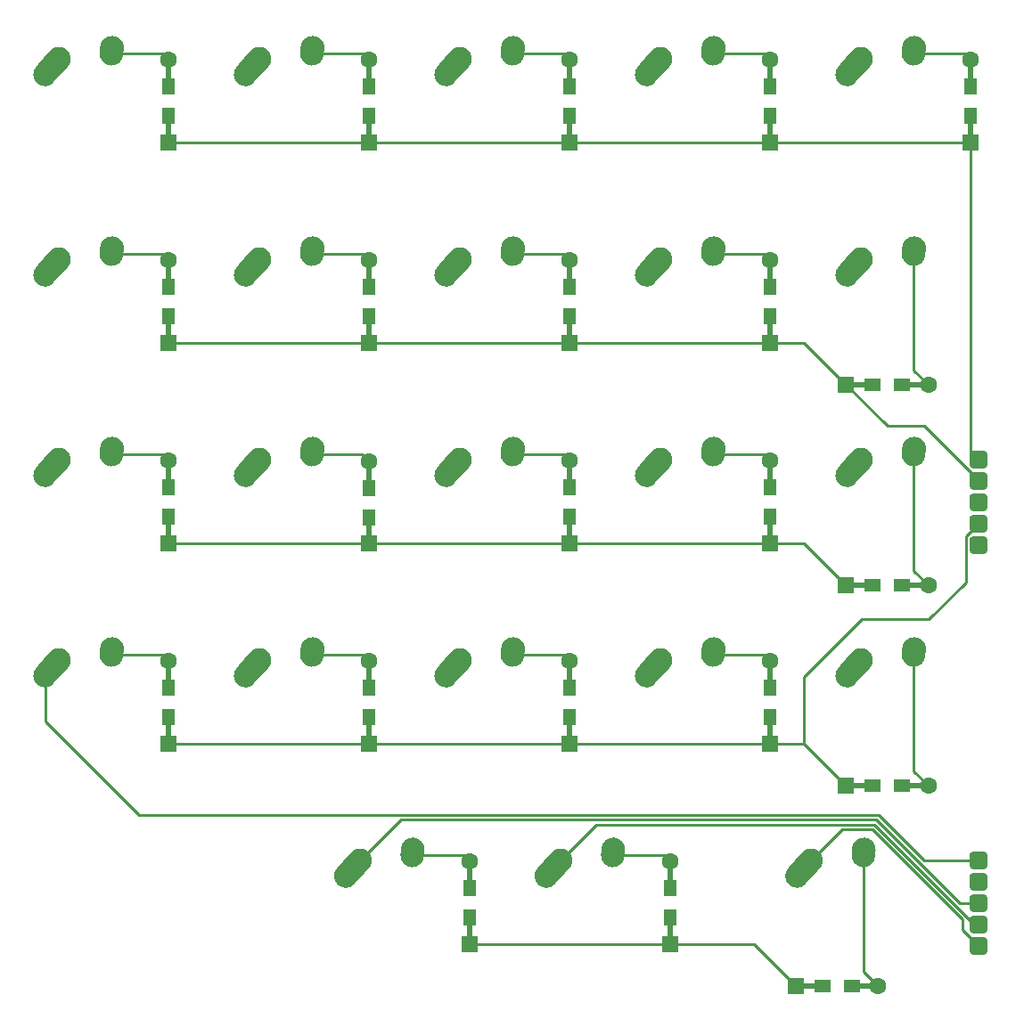
<source format=gbl>
%TF.GenerationSoftware,KiCad,Pcbnew,(5.1.12)-1*%
%TF.CreationDate,2022-01-07T15:12:48-05:00*%
%TF.ProjectId,center-gasket-1,63656e74-6572-42d6-9761-736b65742d31,rev?*%
%TF.SameCoordinates,Original*%
%TF.FileFunction,Copper,L2,Bot*%
%TF.FilePolarity,Positive*%
%FSLAX46Y46*%
G04 Gerber Fmt 4.6, Leading zero omitted, Abs format (unit mm)*
G04 Created by KiCad (PCBNEW (5.1.12)-1) date 2022-01-07 15:12:48*
%MOMM*%
%LPD*%
G01*
G04 APERTURE LIST*
%TA.AperFunction,ComponentPad*%
%ADD10C,2.250000*%
%TD*%
%TA.AperFunction,ComponentPad*%
%ADD11R,1.600000X1.600000*%
%TD*%
%TA.AperFunction,ComponentPad*%
%ADD12C,1.600000*%
%TD*%
%TA.AperFunction,SMDPad,CuDef*%
%ADD13R,2.900000X0.500000*%
%TD*%
%TA.AperFunction,SMDPad,CuDef*%
%ADD14R,1.600000X1.200000*%
%TD*%
%TA.AperFunction,SMDPad,CuDef*%
%ADD15R,0.500000X2.900000*%
%TD*%
%TA.AperFunction,SMDPad,CuDef*%
%ADD16R,1.200000X1.600000*%
%TD*%
%TA.AperFunction,Conductor*%
%ADD17C,0.254000*%
%TD*%
G04 APERTURE END LIST*
D10*
%TO.P,MX7,1*%
%TO.N,COL1*%
X47506250Y-65056250D03*
%TA.AperFunction,ComponentPad*%
G36*
G01*
X45444938Y-67353600D02*
X45444933Y-67353595D01*
G75*
G02*
X45358905Y-65764933I751317J837345D01*
G01*
X46668907Y-64304933D01*
G75*
G02*
X48257569Y-64218905I837345J-751317D01*
G01*
X48257569Y-64218905D01*
G75*
G02*
X48343597Y-65807567I-751317J-837345D01*
G01*
X47033595Y-67267567D01*
G75*
G02*
X45444933Y-67353595I-837345J751317D01*
G01*
G37*
%TD.AperFunction*%
%TO.P,MX7,2*%
%TO.N,Net-(D7-Pad2)*%
X52546250Y-63976250D03*
%TA.AperFunction,ComponentPad*%
G36*
G01*
X52429733Y-65678645D02*
X52428847Y-65678584D01*
G75*
G02*
X51383916Y-64478847I77403J1122334D01*
G01*
X51423916Y-63898847D01*
G75*
G02*
X52623653Y-62853916I1122334J-77403D01*
G01*
X52623653Y-62853916D01*
G75*
G02*
X53668584Y-64053653I-77403J-1122334D01*
G01*
X53628584Y-64633653D01*
G75*
G02*
X52428847Y-65678584I-1122334J77403D01*
G01*
G37*
%TD.AperFunction*%
%TD*%
D11*
%TO.P,D23,1*%
%TO.N,ROW4*%
X98493750Y-115093750D03*
D12*
%TO.P,D23,2*%
%TO.N,Net-(D23-Pad2)*%
X106293750Y-115093750D03*
D13*
%TO.P,D23,1*%
%TO.N,ROW4*%
X99893750Y-115093750D03*
D14*
X100993750Y-115093750D03*
%TO.P,D23,2*%
%TO.N,Net-(D23-Pad2)*%
X103793750Y-115093750D03*
D13*
X104893750Y-115093750D03*
%TD*%
D11*
%TO.P,D22,1*%
%TO.N,ROW3*%
X103256250Y-96043750D03*
D12*
%TO.P,D22,2*%
%TO.N,Net-(D22-Pad2)*%
X111056250Y-96043750D03*
D13*
%TO.P,D22,1*%
%TO.N,ROW3*%
X104656250Y-96043750D03*
D14*
X105756250Y-96043750D03*
%TO.P,D22,2*%
%TO.N,Net-(D22-Pad2)*%
X108556250Y-96043750D03*
D13*
X109656250Y-96043750D03*
%TD*%
D11*
%TO.P,D21,1*%
%TO.N,ROW2*%
X103256250Y-76993750D03*
D12*
%TO.P,D21,2*%
%TO.N,Net-(D21-Pad2)*%
X111056250Y-76993750D03*
D13*
%TO.P,D21,1*%
%TO.N,ROW2*%
X104656250Y-76993750D03*
D14*
X105756250Y-76993750D03*
%TO.P,D21,2*%
%TO.N,Net-(D21-Pad2)*%
X108556250Y-76993750D03*
D13*
X109656250Y-76993750D03*
%TD*%
D11*
%TO.P,D20,1*%
%TO.N,ROW1*%
X103256250Y-57943750D03*
D12*
%TO.P,D20,2*%
%TO.N,Net-(D20-Pad2)*%
X111056250Y-57943750D03*
D13*
%TO.P,D20,1*%
%TO.N,ROW1*%
X104656250Y-57943750D03*
D14*
X105756250Y-57943750D03*
%TO.P,D20,2*%
%TO.N,Net-(D20-Pad2)*%
X108556250Y-57943750D03*
D13*
X109656250Y-57943750D03*
%TD*%
D11*
%TO.P,D19,1*%
%TO.N,ROW0*%
X115093750Y-34856250D03*
D12*
%TO.P,D19,2*%
%TO.N,Net-(D19-Pad2)*%
X115093750Y-27056250D03*
D15*
%TO.P,D19,1*%
%TO.N,ROW0*%
X115093750Y-33456250D03*
D16*
X115093750Y-32356250D03*
%TO.P,D19,2*%
%TO.N,Net-(D19-Pad2)*%
X115093750Y-29556250D03*
D15*
X115093750Y-28456250D03*
%TD*%
D11*
%TO.P,D18,1*%
%TO.N,ROW4*%
X86518750Y-111056250D03*
D12*
%TO.P,D18,2*%
%TO.N,Net-(D18-Pad2)*%
X86518750Y-103256250D03*
D15*
%TO.P,D18,1*%
%TO.N,ROW4*%
X86518750Y-109656250D03*
D16*
X86518750Y-108556250D03*
%TO.P,D18,2*%
%TO.N,Net-(D18-Pad2)*%
X86518750Y-105756250D03*
D15*
X86518750Y-104656250D03*
%TD*%
D11*
%TO.P,D17,1*%
%TO.N,ROW3*%
X96043750Y-92006250D03*
D12*
%TO.P,D17,2*%
%TO.N,Net-(D17-Pad2)*%
X96043750Y-84206250D03*
D15*
%TO.P,D17,1*%
%TO.N,ROW3*%
X96043750Y-90606250D03*
D16*
X96043750Y-89506250D03*
%TO.P,D17,2*%
%TO.N,Net-(D17-Pad2)*%
X96043750Y-86706250D03*
D15*
X96043750Y-85606250D03*
%TD*%
D11*
%TO.P,D16,1*%
%TO.N,ROW2*%
X96043750Y-72956250D03*
D12*
%TO.P,D16,2*%
%TO.N,Net-(D16-Pad2)*%
X96043750Y-65156250D03*
D15*
%TO.P,D16,1*%
%TO.N,ROW2*%
X96043750Y-71556250D03*
D16*
X96043750Y-70456250D03*
%TO.P,D16,2*%
%TO.N,Net-(D16-Pad2)*%
X96043750Y-67656250D03*
D15*
X96043750Y-66556250D03*
%TD*%
D11*
%TO.P,D15,1*%
%TO.N,ROW1*%
X96043750Y-53906250D03*
D12*
%TO.P,D15,2*%
%TO.N,Net-(D15-Pad2)*%
X96043750Y-46106250D03*
D15*
%TO.P,D15,1*%
%TO.N,ROW1*%
X96043750Y-52506250D03*
D16*
X96043750Y-51406250D03*
%TO.P,D15,2*%
%TO.N,Net-(D15-Pad2)*%
X96043750Y-48606250D03*
D15*
X96043750Y-47506250D03*
%TD*%
D11*
%TO.P,D14,1*%
%TO.N,ROW0*%
X96043750Y-34856250D03*
D12*
%TO.P,D14,2*%
%TO.N,Net-(D14-Pad2)*%
X96043750Y-27056250D03*
D15*
%TO.P,D14,1*%
%TO.N,ROW0*%
X96043750Y-33456250D03*
D16*
X96043750Y-32356250D03*
%TO.P,D14,2*%
%TO.N,Net-(D14-Pad2)*%
X96043750Y-29556250D03*
D15*
X96043750Y-28456250D03*
%TD*%
D11*
%TO.P,D13,1*%
%TO.N,ROW4*%
X67468750Y-111056250D03*
D12*
%TO.P,D13,2*%
%TO.N,Net-(D13-Pad2)*%
X67468750Y-103256250D03*
D15*
%TO.P,D13,1*%
%TO.N,ROW4*%
X67468750Y-109656250D03*
D16*
X67468750Y-108556250D03*
%TO.P,D13,2*%
%TO.N,Net-(D13-Pad2)*%
X67468750Y-105756250D03*
D15*
X67468750Y-104656250D03*
%TD*%
D11*
%TO.P,D12,1*%
%TO.N,ROW3*%
X76993750Y-92006250D03*
D12*
%TO.P,D12,2*%
%TO.N,Net-(D12-Pad2)*%
X76993750Y-84206250D03*
D15*
%TO.P,D12,1*%
%TO.N,ROW3*%
X76993750Y-90606250D03*
D16*
X76993750Y-89506250D03*
%TO.P,D12,2*%
%TO.N,Net-(D12-Pad2)*%
X76993750Y-86706250D03*
D15*
X76993750Y-85606250D03*
%TD*%
D11*
%TO.P,D11,1*%
%TO.N,ROW2*%
X76993750Y-72956250D03*
D12*
%TO.P,D11,2*%
%TO.N,Net-(D11-Pad2)*%
X76993750Y-65156250D03*
D15*
%TO.P,D11,1*%
%TO.N,ROW2*%
X76993750Y-71556250D03*
D16*
X76993750Y-70456250D03*
%TO.P,D11,2*%
%TO.N,Net-(D11-Pad2)*%
X76993750Y-67656250D03*
D15*
X76993750Y-66556250D03*
%TD*%
D11*
%TO.P,D10,1*%
%TO.N,ROW1*%
X76993750Y-53906250D03*
D12*
%TO.P,D10,2*%
%TO.N,Net-(D10-Pad2)*%
X76993750Y-46106250D03*
D15*
%TO.P,D10,1*%
%TO.N,ROW1*%
X76993750Y-52506250D03*
D16*
X76993750Y-51406250D03*
%TO.P,D10,2*%
%TO.N,Net-(D10-Pad2)*%
X76993750Y-48606250D03*
D15*
X76993750Y-47506250D03*
%TD*%
D11*
%TO.P,D9,1*%
%TO.N,ROW0*%
X76993750Y-34856250D03*
D12*
%TO.P,D9,2*%
%TO.N,Net-(D9-Pad2)*%
X76993750Y-27056250D03*
D15*
%TO.P,D9,1*%
%TO.N,ROW0*%
X76993750Y-33456250D03*
D16*
X76993750Y-32356250D03*
%TO.P,D9,2*%
%TO.N,Net-(D9-Pad2)*%
X76993750Y-29556250D03*
D15*
X76993750Y-28456250D03*
%TD*%
D11*
%TO.P,D8,1*%
%TO.N,ROW3*%
X57943750Y-92006250D03*
D12*
%TO.P,D8,2*%
%TO.N,Net-(D8-Pad2)*%
X57943750Y-84206250D03*
D15*
%TO.P,D8,1*%
%TO.N,ROW3*%
X57943750Y-90606250D03*
D16*
X57943750Y-89506250D03*
%TO.P,D8,2*%
%TO.N,Net-(D8-Pad2)*%
X57943750Y-86706250D03*
D15*
X57943750Y-85606250D03*
%TD*%
D11*
%TO.P,D7,1*%
%TO.N,ROW2*%
X57943750Y-73018750D03*
D12*
%TO.P,D7,2*%
%TO.N,Net-(D7-Pad2)*%
X57943750Y-65218750D03*
D15*
%TO.P,D7,1*%
%TO.N,ROW2*%
X57943750Y-71618750D03*
D16*
X57943750Y-70518750D03*
%TO.P,D7,2*%
%TO.N,Net-(D7-Pad2)*%
X57943750Y-67718750D03*
D15*
X57943750Y-66618750D03*
%TD*%
D11*
%TO.P,D6,1*%
%TO.N,ROW1*%
X57943750Y-53906250D03*
D12*
%TO.P,D6,2*%
%TO.N,Net-(D6-Pad2)*%
X57943750Y-46106250D03*
D15*
%TO.P,D6,1*%
%TO.N,ROW1*%
X57943750Y-52506250D03*
D16*
X57943750Y-51406250D03*
%TO.P,D6,2*%
%TO.N,Net-(D6-Pad2)*%
X57943750Y-48606250D03*
D15*
X57943750Y-47506250D03*
%TD*%
D11*
%TO.P,D5,1*%
%TO.N,ROW0*%
X57943750Y-34856250D03*
D12*
%TO.P,D5,2*%
%TO.N,Net-(D5-Pad2)*%
X57943750Y-27056250D03*
D15*
%TO.P,D5,1*%
%TO.N,ROW0*%
X57943750Y-33456250D03*
D16*
X57943750Y-32356250D03*
%TO.P,D5,2*%
%TO.N,Net-(D5-Pad2)*%
X57943750Y-29556250D03*
D15*
X57943750Y-28456250D03*
%TD*%
D11*
%TO.P,D4,1*%
%TO.N,ROW3*%
X38893750Y-92006250D03*
D12*
%TO.P,D4,2*%
%TO.N,Net-(D4-Pad2)*%
X38893750Y-84206250D03*
D15*
%TO.P,D4,1*%
%TO.N,ROW3*%
X38893750Y-90606250D03*
D16*
X38893750Y-89506250D03*
%TO.P,D4,2*%
%TO.N,Net-(D4-Pad2)*%
X38893750Y-86706250D03*
D15*
X38893750Y-85606250D03*
%TD*%
D11*
%TO.P,D3,1*%
%TO.N,ROW2*%
X38893750Y-72956250D03*
D12*
%TO.P,D3,2*%
%TO.N,Net-(D3-Pad2)*%
X38893750Y-65156250D03*
D15*
%TO.P,D3,1*%
%TO.N,ROW2*%
X38893750Y-71556250D03*
D16*
X38893750Y-70456250D03*
%TO.P,D3,2*%
%TO.N,Net-(D3-Pad2)*%
X38893750Y-67656250D03*
D15*
X38893750Y-66556250D03*
%TD*%
D11*
%TO.P,D2,1*%
%TO.N,ROW1*%
X38893750Y-53906250D03*
D12*
%TO.P,D2,2*%
%TO.N,Net-(D2-Pad2)*%
X38893750Y-46106250D03*
D15*
%TO.P,D2,1*%
%TO.N,ROW1*%
X38893750Y-52506250D03*
D16*
X38893750Y-51406250D03*
%TO.P,D2,2*%
%TO.N,Net-(D2-Pad2)*%
X38893750Y-48606250D03*
D15*
X38893750Y-47506250D03*
%TD*%
D11*
%TO.P,D1,1*%
%TO.N,ROW0*%
X38893750Y-34856250D03*
D12*
%TO.P,D1,2*%
%TO.N,Net-(D1-Pad2)*%
X38893750Y-27056250D03*
D15*
%TO.P,D1,1*%
%TO.N,ROW0*%
X38893750Y-33456250D03*
D16*
X38893750Y-32356250D03*
%TO.P,D1,2*%
%TO.N,Net-(D1-Pad2)*%
X38893750Y-29556250D03*
D15*
X38893750Y-28456250D03*
%TD*%
D10*
%TO.P,MX21,1*%
%TO.N,COL4*%
X104656250Y-65056250D03*
%TA.AperFunction,ComponentPad*%
G36*
G01*
X102594938Y-67353600D02*
X102594933Y-67353595D01*
G75*
G02*
X102508905Y-65764933I751317J837345D01*
G01*
X103818907Y-64304933D01*
G75*
G02*
X105407569Y-64218905I837345J-751317D01*
G01*
X105407569Y-64218905D01*
G75*
G02*
X105493597Y-65807567I-751317J-837345D01*
G01*
X104183595Y-67267567D01*
G75*
G02*
X102594933Y-67353595I-837345J751317D01*
G01*
G37*
%TD.AperFunction*%
%TO.P,MX21,2*%
%TO.N,Net-(D21-Pad2)*%
X109696250Y-63976250D03*
%TA.AperFunction,ComponentPad*%
G36*
G01*
X109579733Y-65678645D02*
X109578847Y-65678584D01*
G75*
G02*
X108533916Y-64478847I77403J1122334D01*
G01*
X108573916Y-63898847D01*
G75*
G02*
X109773653Y-62853916I1122334J-77403D01*
G01*
X109773653Y-62853916D01*
G75*
G02*
X110818584Y-64053653I-77403J-1122334D01*
G01*
X110778584Y-64633653D01*
G75*
G02*
X109578847Y-65678584I-1122334J77403D01*
G01*
G37*
%TD.AperFunction*%
%TD*%
%TO.P,M2,1*%
%TO.N,COL0*%
%TA.AperFunction,ComponentPad*%
G36*
G01*
X114947700Y-103562150D02*
X114947700Y-102685850D01*
G75*
G02*
X115385850Y-102247700I438150J0D01*
G01*
X116262150Y-102247700D01*
G75*
G02*
X116700300Y-102685850I0J-438150D01*
G01*
X116700300Y-103562150D01*
G75*
G02*
X116262150Y-104000300I-438150J0D01*
G01*
X115385850Y-104000300D01*
G75*
G02*
X114947700Y-103562150I0J438150D01*
G01*
G37*
%TD.AperFunction*%
%TO.P,M2,2*%
%TO.N,COL1*%
%TA.AperFunction,ComponentPad*%
G36*
G01*
X114947700Y-105594150D02*
X114947700Y-104717850D01*
G75*
G02*
X115385850Y-104279700I438150J0D01*
G01*
X116262150Y-104279700D01*
G75*
G02*
X116700300Y-104717850I0J-438150D01*
G01*
X116700300Y-105594150D01*
G75*
G02*
X116262150Y-106032300I-438150J0D01*
G01*
X115385850Y-106032300D01*
G75*
G02*
X114947700Y-105594150I0J438150D01*
G01*
G37*
%TD.AperFunction*%
%TO.P,M2,3*%
%TO.N,COL2*%
%TA.AperFunction,ComponentPad*%
G36*
G01*
X114947700Y-107626150D02*
X114947700Y-106749850D01*
G75*
G02*
X115385850Y-106311700I438150J0D01*
G01*
X116262150Y-106311700D01*
G75*
G02*
X116700300Y-106749850I0J-438150D01*
G01*
X116700300Y-107626150D01*
G75*
G02*
X116262150Y-108064300I-438150J0D01*
G01*
X115385850Y-108064300D01*
G75*
G02*
X114947700Y-107626150I0J438150D01*
G01*
G37*
%TD.AperFunction*%
%TO.P,M2,4*%
%TO.N,COL3*%
%TA.AperFunction,ComponentPad*%
G36*
G01*
X114947700Y-109658150D02*
X114947700Y-108781850D01*
G75*
G02*
X115385850Y-108343700I438150J0D01*
G01*
X116262150Y-108343700D01*
G75*
G02*
X116700300Y-108781850I0J-438150D01*
G01*
X116700300Y-109658150D01*
G75*
G02*
X116262150Y-110096300I-438150J0D01*
G01*
X115385850Y-110096300D01*
G75*
G02*
X114947700Y-109658150I0J438150D01*
G01*
G37*
%TD.AperFunction*%
%TO.P,M2,5*%
%TO.N,COL4*%
%TA.AperFunction,ComponentPad*%
G36*
G01*
X114947700Y-111690150D02*
X114947700Y-110813850D01*
G75*
G02*
X115385850Y-110375700I438150J0D01*
G01*
X116262150Y-110375700D01*
G75*
G02*
X116700300Y-110813850I0J-438150D01*
G01*
X116700300Y-111690150D01*
G75*
G02*
X116262150Y-112128300I-438150J0D01*
G01*
X115385850Y-112128300D01*
G75*
G02*
X114947700Y-111690150I0J438150D01*
G01*
G37*
%TD.AperFunction*%
%TD*%
%TO.P,M1,5*%
%TO.N,ROW4*%
%TA.AperFunction,ComponentPad*%
G36*
G01*
X114947700Y-73590150D02*
X114947700Y-72713850D01*
G75*
G02*
X115385850Y-72275700I438150J0D01*
G01*
X116262150Y-72275700D01*
G75*
G02*
X116700300Y-72713850I0J-438150D01*
G01*
X116700300Y-73590150D01*
G75*
G02*
X116262150Y-74028300I-438150J0D01*
G01*
X115385850Y-74028300D01*
G75*
G02*
X114947700Y-73590150I0J438150D01*
G01*
G37*
%TD.AperFunction*%
%TO.P,M1,4*%
%TO.N,ROW3*%
%TA.AperFunction,ComponentPad*%
G36*
G01*
X114947700Y-71558150D02*
X114947700Y-70681850D01*
G75*
G02*
X115385850Y-70243700I438150J0D01*
G01*
X116262150Y-70243700D01*
G75*
G02*
X116700300Y-70681850I0J-438150D01*
G01*
X116700300Y-71558150D01*
G75*
G02*
X116262150Y-71996300I-438150J0D01*
G01*
X115385850Y-71996300D01*
G75*
G02*
X114947700Y-71558150I0J438150D01*
G01*
G37*
%TD.AperFunction*%
%TO.P,M1,3*%
%TO.N,ROW2*%
%TA.AperFunction,ComponentPad*%
G36*
G01*
X114947700Y-69526150D02*
X114947700Y-68649850D01*
G75*
G02*
X115385850Y-68211700I438150J0D01*
G01*
X116262150Y-68211700D01*
G75*
G02*
X116700300Y-68649850I0J-438150D01*
G01*
X116700300Y-69526150D01*
G75*
G02*
X116262150Y-69964300I-438150J0D01*
G01*
X115385850Y-69964300D01*
G75*
G02*
X114947700Y-69526150I0J438150D01*
G01*
G37*
%TD.AperFunction*%
%TO.P,M1,2*%
%TO.N,ROW1*%
%TA.AperFunction,ComponentPad*%
G36*
G01*
X114947700Y-67494150D02*
X114947700Y-66617850D01*
G75*
G02*
X115385850Y-66179700I438150J0D01*
G01*
X116262150Y-66179700D01*
G75*
G02*
X116700300Y-66617850I0J-438150D01*
G01*
X116700300Y-67494150D01*
G75*
G02*
X116262150Y-67932300I-438150J0D01*
G01*
X115385850Y-67932300D01*
G75*
G02*
X114947700Y-67494150I0J438150D01*
G01*
G37*
%TD.AperFunction*%
%TO.P,M1,1*%
%TO.N,ROW0*%
%TA.AperFunction,ComponentPad*%
G36*
G01*
X114947700Y-65462150D02*
X114947700Y-64585850D01*
G75*
G02*
X115385850Y-64147700I438150J0D01*
G01*
X116262150Y-64147700D01*
G75*
G02*
X116700300Y-64585850I0J-438150D01*
G01*
X116700300Y-65462150D01*
G75*
G02*
X116262150Y-65900300I-438150J0D01*
G01*
X115385850Y-65900300D01*
G75*
G02*
X114947700Y-65462150I0J438150D01*
G01*
G37*
%TD.AperFunction*%
%TD*%
%TO.P,MX19,1*%
%TO.N,COL4*%
X104656250Y-26956250D03*
%TA.AperFunction,ComponentPad*%
G36*
G01*
X102594938Y-29253600D02*
X102594933Y-29253595D01*
G75*
G02*
X102508905Y-27664933I751317J837345D01*
G01*
X103818907Y-26204933D01*
G75*
G02*
X105407569Y-26118905I837345J-751317D01*
G01*
X105407569Y-26118905D01*
G75*
G02*
X105493597Y-27707567I-751317J-837345D01*
G01*
X104183595Y-29167567D01*
G75*
G02*
X102594933Y-29253595I-837345J751317D01*
G01*
G37*
%TD.AperFunction*%
%TO.P,MX19,2*%
%TO.N,Net-(D19-Pad2)*%
X109696250Y-25876250D03*
%TA.AperFunction,ComponentPad*%
G36*
G01*
X109579733Y-27578645D02*
X109578847Y-27578584D01*
G75*
G02*
X108533916Y-26378847I77403J1122334D01*
G01*
X108573916Y-25798847D01*
G75*
G02*
X109773653Y-24753916I1122334J-77403D01*
G01*
X109773653Y-24753916D01*
G75*
G02*
X110818584Y-25953653I-77403J-1122334D01*
G01*
X110778584Y-26533653D01*
G75*
G02*
X109578847Y-27578584I-1122334J77403D01*
G01*
G37*
%TD.AperFunction*%
%TD*%
%TO.P,MX18,1*%
%TO.N,COL3*%
X76081250Y-103156250D03*
%TA.AperFunction,ComponentPad*%
G36*
G01*
X74019938Y-105453600D02*
X74019933Y-105453595D01*
G75*
G02*
X73933905Y-103864933I751317J837345D01*
G01*
X75243907Y-102404933D01*
G75*
G02*
X76832569Y-102318905I837345J-751317D01*
G01*
X76832569Y-102318905D01*
G75*
G02*
X76918597Y-103907567I-751317J-837345D01*
G01*
X75608595Y-105367567D01*
G75*
G02*
X74019933Y-105453595I-837345J751317D01*
G01*
G37*
%TD.AperFunction*%
%TO.P,MX18,2*%
%TO.N,Net-(D18-Pad2)*%
X81121250Y-102076250D03*
%TA.AperFunction,ComponentPad*%
G36*
G01*
X81004733Y-103778645D02*
X81003847Y-103778584D01*
G75*
G02*
X79958916Y-102578847I77403J1122334D01*
G01*
X79998916Y-101998847D01*
G75*
G02*
X81198653Y-100953916I1122334J-77403D01*
G01*
X81198653Y-100953916D01*
G75*
G02*
X82243584Y-102153653I-77403J-1122334D01*
G01*
X82203584Y-102733653D01*
G75*
G02*
X81003847Y-103778584I-1122334J77403D01*
G01*
G37*
%TD.AperFunction*%
%TD*%
%TO.P,MX23,1*%
%TO.N,COL4*%
X99893750Y-103156250D03*
%TA.AperFunction,ComponentPad*%
G36*
G01*
X97832438Y-105453600D02*
X97832433Y-105453595D01*
G75*
G02*
X97746405Y-103864933I751317J837345D01*
G01*
X99056407Y-102404933D01*
G75*
G02*
X100645069Y-102318905I837345J-751317D01*
G01*
X100645069Y-102318905D01*
G75*
G02*
X100731097Y-103907567I-751317J-837345D01*
G01*
X99421095Y-105367567D01*
G75*
G02*
X97832433Y-105453595I-837345J751317D01*
G01*
G37*
%TD.AperFunction*%
%TO.P,MX23,2*%
%TO.N,Net-(D23-Pad2)*%
X104933750Y-102076250D03*
%TA.AperFunction,ComponentPad*%
G36*
G01*
X104817233Y-103778645D02*
X104816347Y-103778584D01*
G75*
G02*
X103771416Y-102578847I77403J1122334D01*
G01*
X103811416Y-101998847D01*
G75*
G02*
X105011153Y-100953916I1122334J-77403D01*
G01*
X105011153Y-100953916D01*
G75*
G02*
X106056084Y-102153653I-77403J-1122334D01*
G01*
X106016084Y-102733653D01*
G75*
G02*
X104816347Y-103778584I-1122334J77403D01*
G01*
G37*
%TD.AperFunction*%
%TD*%
%TO.P,MX22,1*%
%TO.N,COL4*%
X104656250Y-84106250D03*
%TA.AperFunction,ComponentPad*%
G36*
G01*
X102594938Y-86403600D02*
X102594933Y-86403595D01*
G75*
G02*
X102508905Y-84814933I751317J837345D01*
G01*
X103818907Y-83354933D01*
G75*
G02*
X105407569Y-83268905I837345J-751317D01*
G01*
X105407569Y-83268905D01*
G75*
G02*
X105493597Y-84857567I-751317J-837345D01*
G01*
X104183595Y-86317567D01*
G75*
G02*
X102594933Y-86403595I-837345J751317D01*
G01*
G37*
%TD.AperFunction*%
%TO.P,MX22,2*%
%TO.N,Net-(D22-Pad2)*%
X109696250Y-83026250D03*
%TA.AperFunction,ComponentPad*%
G36*
G01*
X109579733Y-84728645D02*
X109578847Y-84728584D01*
G75*
G02*
X108533916Y-83528847I77403J1122334D01*
G01*
X108573916Y-82948847D01*
G75*
G02*
X109773653Y-81903916I1122334J-77403D01*
G01*
X109773653Y-81903916D01*
G75*
G02*
X110818584Y-83103653I-77403J-1122334D01*
G01*
X110778584Y-83683653D01*
G75*
G02*
X109578847Y-84728584I-1122334J77403D01*
G01*
G37*
%TD.AperFunction*%
%TD*%
%TO.P,MX20,1*%
%TO.N,COL4*%
X104656250Y-46006250D03*
%TA.AperFunction,ComponentPad*%
G36*
G01*
X102594938Y-48303600D02*
X102594933Y-48303595D01*
G75*
G02*
X102508905Y-46714933I751317J837345D01*
G01*
X103818907Y-45254933D01*
G75*
G02*
X105407569Y-45168905I837345J-751317D01*
G01*
X105407569Y-45168905D01*
G75*
G02*
X105493597Y-46757567I-751317J-837345D01*
G01*
X104183595Y-48217567D01*
G75*
G02*
X102594933Y-48303595I-837345J751317D01*
G01*
G37*
%TD.AperFunction*%
%TO.P,MX20,2*%
%TO.N,Net-(D20-Pad2)*%
X109696250Y-44926250D03*
%TA.AperFunction,ComponentPad*%
G36*
G01*
X109579733Y-46628645D02*
X109578847Y-46628584D01*
G75*
G02*
X108533916Y-45428847I77403J1122334D01*
G01*
X108573916Y-44848847D01*
G75*
G02*
X109773653Y-43803916I1122334J-77403D01*
G01*
X109773653Y-43803916D01*
G75*
G02*
X110818584Y-45003653I-77403J-1122334D01*
G01*
X110778584Y-45583653D01*
G75*
G02*
X109578847Y-46628584I-1122334J77403D01*
G01*
G37*
%TD.AperFunction*%
%TD*%
%TO.P,MX17,1*%
%TO.N,COL3*%
X85606250Y-84106250D03*
%TA.AperFunction,ComponentPad*%
G36*
G01*
X83544938Y-86403600D02*
X83544933Y-86403595D01*
G75*
G02*
X83458905Y-84814933I751317J837345D01*
G01*
X84768907Y-83354933D01*
G75*
G02*
X86357569Y-83268905I837345J-751317D01*
G01*
X86357569Y-83268905D01*
G75*
G02*
X86443597Y-84857567I-751317J-837345D01*
G01*
X85133595Y-86317567D01*
G75*
G02*
X83544933Y-86403595I-837345J751317D01*
G01*
G37*
%TD.AperFunction*%
%TO.P,MX17,2*%
%TO.N,Net-(D17-Pad2)*%
X90646250Y-83026250D03*
%TA.AperFunction,ComponentPad*%
G36*
G01*
X90529733Y-84728645D02*
X90528847Y-84728584D01*
G75*
G02*
X89483916Y-83528847I77403J1122334D01*
G01*
X89523916Y-82948847D01*
G75*
G02*
X90723653Y-81903916I1122334J-77403D01*
G01*
X90723653Y-81903916D01*
G75*
G02*
X91768584Y-83103653I-77403J-1122334D01*
G01*
X91728584Y-83683653D01*
G75*
G02*
X90528847Y-84728584I-1122334J77403D01*
G01*
G37*
%TD.AperFunction*%
%TD*%
%TO.P,MX16,1*%
%TO.N,COL3*%
X85606250Y-65056250D03*
%TA.AperFunction,ComponentPad*%
G36*
G01*
X83544938Y-67353600D02*
X83544933Y-67353595D01*
G75*
G02*
X83458905Y-65764933I751317J837345D01*
G01*
X84768907Y-64304933D01*
G75*
G02*
X86357569Y-64218905I837345J-751317D01*
G01*
X86357569Y-64218905D01*
G75*
G02*
X86443597Y-65807567I-751317J-837345D01*
G01*
X85133595Y-67267567D01*
G75*
G02*
X83544933Y-67353595I-837345J751317D01*
G01*
G37*
%TD.AperFunction*%
%TO.P,MX16,2*%
%TO.N,Net-(D16-Pad2)*%
X90646250Y-63976250D03*
%TA.AperFunction,ComponentPad*%
G36*
G01*
X90529733Y-65678645D02*
X90528847Y-65678584D01*
G75*
G02*
X89483916Y-64478847I77403J1122334D01*
G01*
X89523916Y-63898847D01*
G75*
G02*
X90723653Y-62853916I1122334J-77403D01*
G01*
X90723653Y-62853916D01*
G75*
G02*
X91768584Y-64053653I-77403J-1122334D01*
G01*
X91728584Y-64633653D01*
G75*
G02*
X90528847Y-65678584I-1122334J77403D01*
G01*
G37*
%TD.AperFunction*%
%TD*%
%TO.P,MX15,1*%
%TO.N,COL3*%
X85606250Y-46006250D03*
%TA.AperFunction,ComponentPad*%
G36*
G01*
X83544938Y-48303600D02*
X83544933Y-48303595D01*
G75*
G02*
X83458905Y-46714933I751317J837345D01*
G01*
X84768907Y-45254933D01*
G75*
G02*
X86357569Y-45168905I837345J-751317D01*
G01*
X86357569Y-45168905D01*
G75*
G02*
X86443597Y-46757567I-751317J-837345D01*
G01*
X85133595Y-48217567D01*
G75*
G02*
X83544933Y-48303595I-837345J751317D01*
G01*
G37*
%TD.AperFunction*%
%TO.P,MX15,2*%
%TO.N,Net-(D15-Pad2)*%
X90646250Y-44926250D03*
%TA.AperFunction,ComponentPad*%
G36*
G01*
X90529733Y-46628645D02*
X90528847Y-46628584D01*
G75*
G02*
X89483916Y-45428847I77403J1122334D01*
G01*
X89523916Y-44848847D01*
G75*
G02*
X90723653Y-43803916I1122334J-77403D01*
G01*
X90723653Y-43803916D01*
G75*
G02*
X91768584Y-45003653I-77403J-1122334D01*
G01*
X91728584Y-45583653D01*
G75*
G02*
X90528847Y-46628584I-1122334J77403D01*
G01*
G37*
%TD.AperFunction*%
%TD*%
%TO.P,MX14,1*%
%TO.N,COL3*%
X85606250Y-26956250D03*
%TA.AperFunction,ComponentPad*%
G36*
G01*
X83544938Y-29253600D02*
X83544933Y-29253595D01*
G75*
G02*
X83458905Y-27664933I751317J837345D01*
G01*
X84768907Y-26204933D01*
G75*
G02*
X86357569Y-26118905I837345J-751317D01*
G01*
X86357569Y-26118905D01*
G75*
G02*
X86443597Y-27707567I-751317J-837345D01*
G01*
X85133595Y-29167567D01*
G75*
G02*
X83544933Y-29253595I-837345J751317D01*
G01*
G37*
%TD.AperFunction*%
%TO.P,MX14,2*%
%TO.N,Net-(D14-Pad2)*%
X90646250Y-25876250D03*
%TA.AperFunction,ComponentPad*%
G36*
G01*
X90529733Y-27578645D02*
X90528847Y-27578584D01*
G75*
G02*
X89483916Y-26378847I77403J1122334D01*
G01*
X89523916Y-25798847D01*
G75*
G02*
X90723653Y-24753916I1122334J-77403D01*
G01*
X90723653Y-24753916D01*
G75*
G02*
X91768584Y-25953653I-77403J-1122334D01*
G01*
X91728584Y-26533653D01*
G75*
G02*
X90528847Y-27578584I-1122334J77403D01*
G01*
G37*
%TD.AperFunction*%
%TD*%
%TO.P,MX13,1*%
%TO.N,COL2*%
X57031250Y-103156250D03*
%TA.AperFunction,ComponentPad*%
G36*
G01*
X54969938Y-105453600D02*
X54969933Y-105453595D01*
G75*
G02*
X54883905Y-103864933I751317J837345D01*
G01*
X56193907Y-102404933D01*
G75*
G02*
X57782569Y-102318905I837345J-751317D01*
G01*
X57782569Y-102318905D01*
G75*
G02*
X57868597Y-103907567I-751317J-837345D01*
G01*
X56558595Y-105367567D01*
G75*
G02*
X54969933Y-105453595I-837345J751317D01*
G01*
G37*
%TD.AperFunction*%
%TO.P,MX13,2*%
%TO.N,Net-(D13-Pad2)*%
X62071250Y-102076250D03*
%TA.AperFunction,ComponentPad*%
G36*
G01*
X61954733Y-103778645D02*
X61953847Y-103778584D01*
G75*
G02*
X60908916Y-102578847I77403J1122334D01*
G01*
X60948916Y-101998847D01*
G75*
G02*
X62148653Y-100953916I1122334J-77403D01*
G01*
X62148653Y-100953916D01*
G75*
G02*
X63193584Y-102153653I-77403J-1122334D01*
G01*
X63153584Y-102733653D01*
G75*
G02*
X61953847Y-103778584I-1122334J77403D01*
G01*
G37*
%TD.AperFunction*%
%TD*%
%TO.P,MX12,1*%
%TO.N,COL2*%
X66556250Y-84106250D03*
%TA.AperFunction,ComponentPad*%
G36*
G01*
X64494938Y-86403600D02*
X64494933Y-86403595D01*
G75*
G02*
X64408905Y-84814933I751317J837345D01*
G01*
X65718907Y-83354933D01*
G75*
G02*
X67307569Y-83268905I837345J-751317D01*
G01*
X67307569Y-83268905D01*
G75*
G02*
X67393597Y-84857567I-751317J-837345D01*
G01*
X66083595Y-86317567D01*
G75*
G02*
X64494933Y-86403595I-837345J751317D01*
G01*
G37*
%TD.AperFunction*%
%TO.P,MX12,2*%
%TO.N,Net-(D12-Pad2)*%
X71596250Y-83026250D03*
%TA.AperFunction,ComponentPad*%
G36*
G01*
X71479733Y-84728645D02*
X71478847Y-84728584D01*
G75*
G02*
X70433916Y-83528847I77403J1122334D01*
G01*
X70473916Y-82948847D01*
G75*
G02*
X71673653Y-81903916I1122334J-77403D01*
G01*
X71673653Y-81903916D01*
G75*
G02*
X72718584Y-83103653I-77403J-1122334D01*
G01*
X72678584Y-83683653D01*
G75*
G02*
X71478847Y-84728584I-1122334J77403D01*
G01*
G37*
%TD.AperFunction*%
%TD*%
%TO.P,MX11,1*%
%TO.N,COL2*%
X66556250Y-65056250D03*
%TA.AperFunction,ComponentPad*%
G36*
G01*
X64494938Y-67353600D02*
X64494933Y-67353595D01*
G75*
G02*
X64408905Y-65764933I751317J837345D01*
G01*
X65718907Y-64304933D01*
G75*
G02*
X67307569Y-64218905I837345J-751317D01*
G01*
X67307569Y-64218905D01*
G75*
G02*
X67393597Y-65807567I-751317J-837345D01*
G01*
X66083595Y-67267567D01*
G75*
G02*
X64494933Y-67353595I-837345J751317D01*
G01*
G37*
%TD.AperFunction*%
%TO.P,MX11,2*%
%TO.N,Net-(D11-Pad2)*%
X71596250Y-63976250D03*
%TA.AperFunction,ComponentPad*%
G36*
G01*
X71479733Y-65678645D02*
X71478847Y-65678584D01*
G75*
G02*
X70433916Y-64478847I77403J1122334D01*
G01*
X70473916Y-63898847D01*
G75*
G02*
X71673653Y-62853916I1122334J-77403D01*
G01*
X71673653Y-62853916D01*
G75*
G02*
X72718584Y-64053653I-77403J-1122334D01*
G01*
X72678584Y-64633653D01*
G75*
G02*
X71478847Y-65678584I-1122334J77403D01*
G01*
G37*
%TD.AperFunction*%
%TD*%
%TO.P,MX10,1*%
%TO.N,COL2*%
X66556250Y-46006250D03*
%TA.AperFunction,ComponentPad*%
G36*
G01*
X64494938Y-48303600D02*
X64494933Y-48303595D01*
G75*
G02*
X64408905Y-46714933I751317J837345D01*
G01*
X65718907Y-45254933D01*
G75*
G02*
X67307569Y-45168905I837345J-751317D01*
G01*
X67307569Y-45168905D01*
G75*
G02*
X67393597Y-46757567I-751317J-837345D01*
G01*
X66083595Y-48217567D01*
G75*
G02*
X64494933Y-48303595I-837345J751317D01*
G01*
G37*
%TD.AperFunction*%
%TO.P,MX10,2*%
%TO.N,Net-(D10-Pad2)*%
X71596250Y-44926250D03*
%TA.AperFunction,ComponentPad*%
G36*
G01*
X71479733Y-46628645D02*
X71478847Y-46628584D01*
G75*
G02*
X70433916Y-45428847I77403J1122334D01*
G01*
X70473916Y-44848847D01*
G75*
G02*
X71673653Y-43803916I1122334J-77403D01*
G01*
X71673653Y-43803916D01*
G75*
G02*
X72718584Y-45003653I-77403J-1122334D01*
G01*
X72678584Y-45583653D01*
G75*
G02*
X71478847Y-46628584I-1122334J77403D01*
G01*
G37*
%TD.AperFunction*%
%TD*%
%TO.P,MX9,1*%
%TO.N,COL2*%
X66556250Y-26956250D03*
%TA.AperFunction,ComponentPad*%
G36*
G01*
X64494938Y-29253600D02*
X64494933Y-29253595D01*
G75*
G02*
X64408905Y-27664933I751317J837345D01*
G01*
X65718907Y-26204933D01*
G75*
G02*
X67307569Y-26118905I837345J-751317D01*
G01*
X67307569Y-26118905D01*
G75*
G02*
X67393597Y-27707567I-751317J-837345D01*
G01*
X66083595Y-29167567D01*
G75*
G02*
X64494933Y-29253595I-837345J751317D01*
G01*
G37*
%TD.AperFunction*%
%TO.P,MX9,2*%
%TO.N,Net-(D9-Pad2)*%
X71596250Y-25876250D03*
%TA.AperFunction,ComponentPad*%
G36*
G01*
X71479733Y-27578645D02*
X71478847Y-27578584D01*
G75*
G02*
X70433916Y-26378847I77403J1122334D01*
G01*
X70473916Y-25798847D01*
G75*
G02*
X71673653Y-24753916I1122334J-77403D01*
G01*
X71673653Y-24753916D01*
G75*
G02*
X72718584Y-25953653I-77403J-1122334D01*
G01*
X72678584Y-26533653D01*
G75*
G02*
X71478847Y-27578584I-1122334J77403D01*
G01*
G37*
%TD.AperFunction*%
%TD*%
%TO.P,MX8,1*%
%TO.N,COL1*%
X47506250Y-84106250D03*
%TA.AperFunction,ComponentPad*%
G36*
G01*
X45444938Y-86403600D02*
X45444933Y-86403595D01*
G75*
G02*
X45358905Y-84814933I751317J837345D01*
G01*
X46668907Y-83354933D01*
G75*
G02*
X48257569Y-83268905I837345J-751317D01*
G01*
X48257569Y-83268905D01*
G75*
G02*
X48343597Y-84857567I-751317J-837345D01*
G01*
X47033595Y-86317567D01*
G75*
G02*
X45444933Y-86403595I-837345J751317D01*
G01*
G37*
%TD.AperFunction*%
%TO.P,MX8,2*%
%TO.N,Net-(D8-Pad2)*%
X52546250Y-83026250D03*
%TA.AperFunction,ComponentPad*%
G36*
G01*
X52429733Y-84728645D02*
X52428847Y-84728584D01*
G75*
G02*
X51383916Y-83528847I77403J1122334D01*
G01*
X51423916Y-82948847D01*
G75*
G02*
X52623653Y-81903916I1122334J-77403D01*
G01*
X52623653Y-81903916D01*
G75*
G02*
X53668584Y-83103653I-77403J-1122334D01*
G01*
X53628584Y-83683653D01*
G75*
G02*
X52428847Y-84728584I-1122334J77403D01*
G01*
G37*
%TD.AperFunction*%
%TD*%
%TO.P,MX6,1*%
%TO.N,COL1*%
X47506250Y-46006250D03*
%TA.AperFunction,ComponentPad*%
G36*
G01*
X45444938Y-48303600D02*
X45444933Y-48303595D01*
G75*
G02*
X45358905Y-46714933I751317J837345D01*
G01*
X46668907Y-45254933D01*
G75*
G02*
X48257569Y-45168905I837345J-751317D01*
G01*
X48257569Y-45168905D01*
G75*
G02*
X48343597Y-46757567I-751317J-837345D01*
G01*
X47033595Y-48217567D01*
G75*
G02*
X45444933Y-48303595I-837345J751317D01*
G01*
G37*
%TD.AperFunction*%
%TO.P,MX6,2*%
%TO.N,Net-(D6-Pad2)*%
X52546250Y-44926250D03*
%TA.AperFunction,ComponentPad*%
G36*
G01*
X52429733Y-46628645D02*
X52428847Y-46628584D01*
G75*
G02*
X51383916Y-45428847I77403J1122334D01*
G01*
X51423916Y-44848847D01*
G75*
G02*
X52623653Y-43803916I1122334J-77403D01*
G01*
X52623653Y-43803916D01*
G75*
G02*
X53668584Y-45003653I-77403J-1122334D01*
G01*
X53628584Y-45583653D01*
G75*
G02*
X52428847Y-46628584I-1122334J77403D01*
G01*
G37*
%TD.AperFunction*%
%TD*%
%TO.P,MX5,1*%
%TO.N,COL1*%
X47506250Y-26956250D03*
%TA.AperFunction,ComponentPad*%
G36*
G01*
X45444938Y-29253600D02*
X45444933Y-29253595D01*
G75*
G02*
X45358905Y-27664933I751317J837345D01*
G01*
X46668907Y-26204933D01*
G75*
G02*
X48257569Y-26118905I837345J-751317D01*
G01*
X48257569Y-26118905D01*
G75*
G02*
X48343597Y-27707567I-751317J-837345D01*
G01*
X47033595Y-29167567D01*
G75*
G02*
X45444933Y-29253595I-837345J751317D01*
G01*
G37*
%TD.AperFunction*%
%TO.P,MX5,2*%
%TO.N,Net-(D5-Pad2)*%
X52546250Y-25876250D03*
%TA.AperFunction,ComponentPad*%
G36*
G01*
X52429733Y-27578645D02*
X52428847Y-27578584D01*
G75*
G02*
X51383916Y-26378847I77403J1122334D01*
G01*
X51423916Y-25798847D01*
G75*
G02*
X52623653Y-24753916I1122334J-77403D01*
G01*
X52623653Y-24753916D01*
G75*
G02*
X53668584Y-25953653I-77403J-1122334D01*
G01*
X53628584Y-26533653D01*
G75*
G02*
X52428847Y-27578584I-1122334J77403D01*
G01*
G37*
%TD.AperFunction*%
%TD*%
%TO.P,MX4,1*%
%TO.N,COL0*%
X28456250Y-84106250D03*
%TA.AperFunction,ComponentPad*%
G36*
G01*
X26394938Y-86403600D02*
X26394933Y-86403595D01*
G75*
G02*
X26308905Y-84814933I751317J837345D01*
G01*
X27618907Y-83354933D01*
G75*
G02*
X29207569Y-83268905I837345J-751317D01*
G01*
X29207569Y-83268905D01*
G75*
G02*
X29293597Y-84857567I-751317J-837345D01*
G01*
X27983595Y-86317567D01*
G75*
G02*
X26394933Y-86403595I-837345J751317D01*
G01*
G37*
%TD.AperFunction*%
%TO.P,MX4,2*%
%TO.N,Net-(D4-Pad2)*%
X33496250Y-83026250D03*
%TA.AperFunction,ComponentPad*%
G36*
G01*
X33379733Y-84728645D02*
X33378847Y-84728584D01*
G75*
G02*
X32333916Y-83528847I77403J1122334D01*
G01*
X32373916Y-82948847D01*
G75*
G02*
X33573653Y-81903916I1122334J-77403D01*
G01*
X33573653Y-81903916D01*
G75*
G02*
X34618584Y-83103653I-77403J-1122334D01*
G01*
X34578584Y-83683653D01*
G75*
G02*
X33378847Y-84728584I-1122334J77403D01*
G01*
G37*
%TD.AperFunction*%
%TD*%
%TO.P,MX3,1*%
%TO.N,COL0*%
X28456250Y-65056250D03*
%TA.AperFunction,ComponentPad*%
G36*
G01*
X26394938Y-67353600D02*
X26394933Y-67353595D01*
G75*
G02*
X26308905Y-65764933I751317J837345D01*
G01*
X27618907Y-64304933D01*
G75*
G02*
X29207569Y-64218905I837345J-751317D01*
G01*
X29207569Y-64218905D01*
G75*
G02*
X29293597Y-65807567I-751317J-837345D01*
G01*
X27983595Y-67267567D01*
G75*
G02*
X26394933Y-67353595I-837345J751317D01*
G01*
G37*
%TD.AperFunction*%
%TO.P,MX3,2*%
%TO.N,Net-(D3-Pad2)*%
X33496250Y-63976250D03*
%TA.AperFunction,ComponentPad*%
G36*
G01*
X33379733Y-65678645D02*
X33378847Y-65678584D01*
G75*
G02*
X32333916Y-64478847I77403J1122334D01*
G01*
X32373916Y-63898847D01*
G75*
G02*
X33573653Y-62853916I1122334J-77403D01*
G01*
X33573653Y-62853916D01*
G75*
G02*
X34618584Y-64053653I-77403J-1122334D01*
G01*
X34578584Y-64633653D01*
G75*
G02*
X33378847Y-65678584I-1122334J77403D01*
G01*
G37*
%TD.AperFunction*%
%TD*%
%TO.P,MX2,1*%
%TO.N,COL0*%
X28456250Y-46006250D03*
%TA.AperFunction,ComponentPad*%
G36*
G01*
X26394938Y-48303600D02*
X26394933Y-48303595D01*
G75*
G02*
X26308905Y-46714933I751317J837345D01*
G01*
X27618907Y-45254933D01*
G75*
G02*
X29207569Y-45168905I837345J-751317D01*
G01*
X29207569Y-45168905D01*
G75*
G02*
X29293597Y-46757567I-751317J-837345D01*
G01*
X27983595Y-48217567D01*
G75*
G02*
X26394933Y-48303595I-837345J751317D01*
G01*
G37*
%TD.AperFunction*%
%TO.P,MX2,2*%
%TO.N,Net-(D2-Pad2)*%
X33496250Y-44926250D03*
%TA.AperFunction,ComponentPad*%
G36*
G01*
X33379733Y-46628645D02*
X33378847Y-46628584D01*
G75*
G02*
X32333916Y-45428847I77403J1122334D01*
G01*
X32373916Y-44848847D01*
G75*
G02*
X33573653Y-43803916I1122334J-77403D01*
G01*
X33573653Y-43803916D01*
G75*
G02*
X34618584Y-45003653I-77403J-1122334D01*
G01*
X34578584Y-45583653D01*
G75*
G02*
X33378847Y-46628584I-1122334J77403D01*
G01*
G37*
%TD.AperFunction*%
%TD*%
%TO.P,MX1,1*%
%TO.N,COL0*%
X28456250Y-26956250D03*
%TA.AperFunction,ComponentPad*%
G36*
G01*
X26394938Y-29253600D02*
X26394933Y-29253595D01*
G75*
G02*
X26308905Y-27664933I751317J837345D01*
G01*
X27618907Y-26204933D01*
G75*
G02*
X29207569Y-26118905I837345J-751317D01*
G01*
X29207569Y-26118905D01*
G75*
G02*
X29293597Y-27707567I-751317J-837345D01*
G01*
X27983595Y-29167567D01*
G75*
G02*
X26394933Y-29253595I-837345J751317D01*
G01*
G37*
%TD.AperFunction*%
%TO.P,MX1,2*%
%TO.N,Net-(D1-Pad2)*%
X33496250Y-25876250D03*
%TA.AperFunction,ComponentPad*%
G36*
G01*
X33379733Y-27578645D02*
X33378847Y-27578584D01*
G75*
G02*
X32333916Y-26378847I77403J1122334D01*
G01*
X32373916Y-25798847D01*
G75*
G02*
X33573653Y-24753916I1122334J-77403D01*
G01*
X33573653Y-24753916D01*
G75*
G02*
X34618584Y-25953653I-77403J-1122334D01*
G01*
X34578584Y-26533653D01*
G75*
G02*
X33378847Y-27578584I-1122334J77403D01*
G01*
G37*
%TD.AperFunction*%
%TD*%
D17*
%TO.N,Net-(D1-Pad2)*%
X38293750Y-26456250D02*
X38893750Y-27056250D01*
X33456250Y-26456250D02*
X38293750Y-26456250D01*
%TO.N,ROW0*%
X115093750Y-34856250D02*
X38893750Y-34856250D01*
X115093750Y-64293750D02*
X115824000Y-65024000D01*
X115093750Y-34856250D02*
X115093750Y-64293750D01*
%TO.N,Net-(D2-Pad2)*%
X38293750Y-45506250D02*
X38893750Y-46106250D01*
X33456250Y-45506250D02*
X38293750Y-45506250D01*
%TO.N,ROW1*%
X38893750Y-53906250D02*
X96043750Y-53906250D01*
X99218750Y-53906250D02*
X103256250Y-57943750D01*
X96043750Y-53906250D02*
X99218750Y-53906250D01*
X103256250Y-57943750D02*
X107156250Y-61843750D01*
X115824000Y-66982402D02*
X115824000Y-67056000D01*
X110685348Y-61843750D02*
X115824000Y-66982402D01*
X107156250Y-61843750D02*
X110685348Y-61843750D01*
%TO.N,Net-(D3-Pad2)*%
X38293750Y-64556250D02*
X38893750Y-65156250D01*
X33456250Y-64556250D02*
X38293750Y-64556250D01*
%TO.N,ROW2*%
X38893750Y-72956250D02*
X96043750Y-72956250D01*
X99218750Y-72956250D02*
X103256250Y-76993750D01*
X96043750Y-72956250D02*
X99218750Y-72956250D01*
%TO.N,Net-(D4-Pad2)*%
X38293750Y-83606250D02*
X38893750Y-84206250D01*
X33456250Y-83606250D02*
X38293750Y-83606250D01*
%TO.N,ROW3*%
X115824000Y-71120000D02*
X115473750Y-71120000D01*
X38893750Y-92006250D02*
X96043750Y-92006250D01*
X99218750Y-92006250D02*
X103256250Y-96043750D01*
X96043750Y-92006250D02*
X99218750Y-92006250D01*
X99218750Y-92006250D02*
X99218750Y-85725000D01*
X99218750Y-85725000D02*
X104775000Y-80168750D01*
X104775000Y-80168750D02*
X111125000Y-80168750D01*
X114620690Y-72323310D02*
X115824000Y-71120000D01*
X114620690Y-76673060D02*
X114620690Y-72323310D01*
X111125000Y-80168750D02*
X114620690Y-76673060D01*
%TO.N,Net-(D5-Pad2)*%
X57343750Y-26456250D02*
X57943750Y-27056250D01*
X52506250Y-26456250D02*
X57343750Y-26456250D01*
%TO.N,Net-(D6-Pad2)*%
X57343750Y-45506250D02*
X57943750Y-46106250D01*
X52506250Y-45506250D02*
X57343750Y-45506250D01*
%TO.N,Net-(D7-Pad2)*%
X57281250Y-64556250D02*
X57943750Y-65218750D01*
X52506250Y-64556250D02*
X57281250Y-64556250D01*
%TO.N,Net-(D8-Pad2)*%
X57343750Y-83606250D02*
X57943750Y-84206250D01*
X52506250Y-83606250D02*
X57343750Y-83606250D01*
%TO.N,Net-(D9-Pad2)*%
X76393750Y-26456250D02*
X76993750Y-27056250D01*
X71556250Y-26456250D02*
X76393750Y-26456250D01*
%TO.N,Net-(D10-Pad2)*%
X76393750Y-45506250D02*
X76993750Y-46106250D01*
X71556250Y-45506250D02*
X76393750Y-45506250D01*
%TO.N,Net-(D11-Pad2)*%
X76393750Y-64556250D02*
X76993750Y-65156250D01*
X71556250Y-64556250D02*
X76393750Y-64556250D01*
%TO.N,Net-(D12-Pad2)*%
X76393750Y-83606250D02*
X76993750Y-84206250D01*
X71556250Y-83606250D02*
X76393750Y-83606250D01*
%TO.N,Net-(D13-Pad2)*%
X66868750Y-102656250D02*
X67468750Y-103256250D01*
X62031250Y-102656250D02*
X66868750Y-102656250D01*
%TO.N,ROW4*%
X86519750Y-109601000D02*
X86518750Y-109600000D01*
X94456250Y-111056250D02*
X98493750Y-115093750D01*
X67468750Y-111056250D02*
X94456250Y-111056250D01*
%TO.N,Net-(D14-Pad2)*%
X95443750Y-26456250D02*
X96043750Y-27056250D01*
X90606250Y-26456250D02*
X95443750Y-26456250D01*
%TO.N,Net-(D15-Pad2)*%
X95443750Y-45506250D02*
X96043750Y-46106250D01*
X90606250Y-45506250D02*
X95443750Y-45506250D01*
%TO.N,Net-(D16-Pad2)*%
X95443750Y-64556250D02*
X96043750Y-65156250D01*
X90606250Y-64556250D02*
X95443750Y-64556250D01*
%TO.N,Net-(D17-Pad2)*%
X95443750Y-83606250D02*
X96043750Y-84206250D01*
X90606250Y-83606250D02*
X95443750Y-83606250D01*
%TO.N,Net-(D18-Pad2)*%
X85918750Y-102656250D02*
X86518750Y-103256250D01*
X81081250Y-102656250D02*
X85918750Y-102656250D01*
%TO.N,Net-(D19-Pad2)*%
X114493750Y-26456250D02*
X115093750Y-27056250D01*
X109656250Y-26456250D02*
X114493750Y-26456250D01*
%TO.N,Net-(D20-Pad2)*%
X109656250Y-56543750D02*
X111056250Y-57943750D01*
X109656250Y-45506250D02*
X109656250Y-56543750D01*
%TO.N,Net-(D21-Pad2)*%
X109656250Y-75593750D02*
X111056250Y-76993750D01*
X109656250Y-64556250D02*
X109656250Y-75593750D01*
%TO.N,Net-(D22-Pad2)*%
X109656250Y-94643750D02*
X111056250Y-96043750D01*
X109656250Y-83606250D02*
X109656250Y-94643750D01*
%TO.N,Net-(D23-Pad2)*%
X104893750Y-113693750D02*
X106293750Y-115093750D01*
X104893750Y-102656250D02*
X104893750Y-113693750D01*
%TO.N,COL0*%
X110631132Y-103124000D02*
X106313132Y-98806000D01*
X115824000Y-103124000D02*
X110631132Y-103124000D01*
X36068000Y-98806000D02*
X27146250Y-89884250D01*
X106313132Y-98806000D02*
X36068000Y-98806000D01*
X27146250Y-89884250D02*
X27146250Y-85566250D01*
%TO.N,COL2*%
X106125076Y-99260011D02*
X60927489Y-99260011D01*
X114053066Y-107188000D02*
X106125076Y-99260011D01*
X115824000Y-107188000D02*
X114053066Y-107188000D01*
X60927489Y-99260011D02*
X57031250Y-103156250D01*
%TO.N,COL3*%
X105912338Y-99714022D02*
X79523478Y-99714022D01*
X115418316Y-109220000D02*
X105912338Y-99714022D01*
X79523478Y-99714022D02*
X76081250Y-103156250D01*
X115824000Y-109220000D02*
X115418316Y-109220000D01*
%TO.N,COL4*%
X103346250Y-85566250D02*
X103346250Y-84486750D01*
X102881967Y-100168033D02*
X99893750Y-103156250D01*
X105724281Y-100168033D02*
X102881967Y-100168033D01*
X114300000Y-108743752D02*
X105724281Y-100168033D01*
X114300000Y-109728000D02*
X114300000Y-108743752D01*
X115824000Y-111252000D02*
X114300000Y-109728000D01*
%TD*%
M02*

</source>
